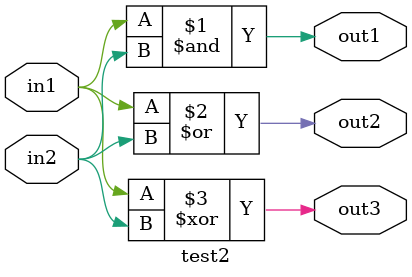
<source format=v>
module test2(out1, 
             out2,
             out3, 
             in1, 
             in2);
            
input  in1, in2;
output out1, out2, out3;

assign out1 = in1 & in2;    //and
assign out2 = in1 | in2;   //or
assign out3 = in1 ^ in2;   //xor

endmodule

</source>
